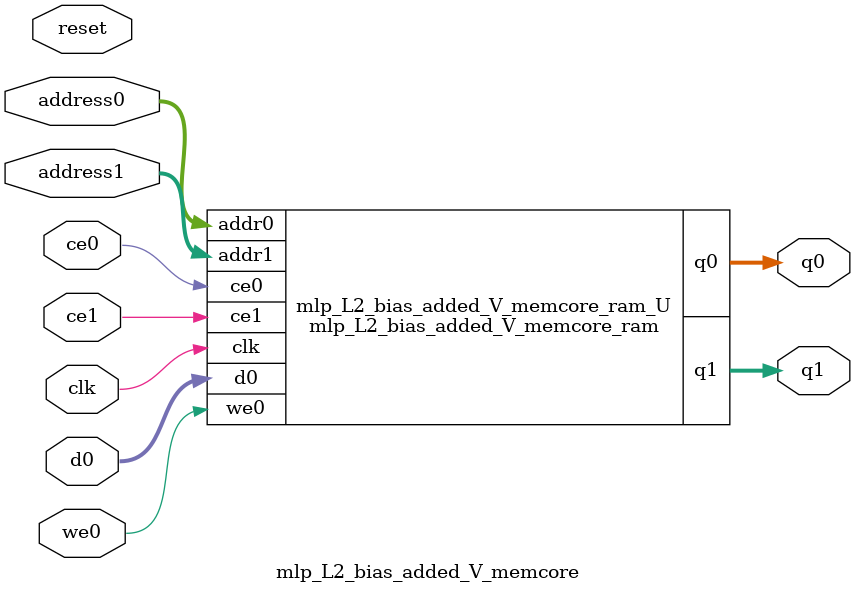
<source format=v>

`timescale 1 ns / 1 ps
module mlp_L2_bias_added_V_memcore_ram (addr0, ce0, d0, we0, q0, addr1, ce1, q1,  clk);

parameter DWIDTH = 18;
parameter AWIDTH = 5;
parameter MEM_SIZE = 26;

input[AWIDTH-1:0] addr0;
input ce0;
input[DWIDTH-1:0] d0;
input we0;
output reg[DWIDTH-1:0] q0;
input[AWIDTH-1:0] addr1;
input ce1;
output reg[DWIDTH-1:0] q1;
input clk;

(* ram_style = "distributed" *)reg [DWIDTH-1:0] ram[0:MEM_SIZE-1];




always @(posedge clk)  
begin 
    if (ce0) 
    begin
        if (we0) 
        begin 
            ram[addr0] <= d0; 
            q0 <= d0;
        end 
        else 
            q0 <= ram[addr0];
    end
end


always @(posedge clk)  
begin 
    if (ce1) 
    begin
            q1 <= ram[addr1];
    end
end


endmodule


`timescale 1 ns / 1 ps
module mlp_L2_bias_added_V_memcore(
    reset,
    clk,
    address0,
    ce0,
    we0,
    d0,
    q0,
    address1,
    ce1,
    q1);

parameter DataWidth = 32'd18;
parameter AddressRange = 32'd26;
parameter AddressWidth = 32'd5;
input reset;
input clk;
input[AddressWidth - 1:0] address0;
input ce0;
input we0;
input[DataWidth - 1:0] d0;
output[DataWidth - 1:0] q0;
input[AddressWidth - 1:0] address1;
input ce1;
output[DataWidth - 1:0] q1;



mlp_L2_bias_added_V_memcore_ram mlp_L2_bias_added_V_memcore_ram_U(
    .clk( clk ),
    .addr0( address0 ),
    .ce0( ce0 ),
    .we0( we0 ),
    .d0( d0 ),
    .q0( q0 ),
    .addr1( address1 ),
    .ce1( ce1 ),
    .q1( q1 ));

endmodule


</source>
